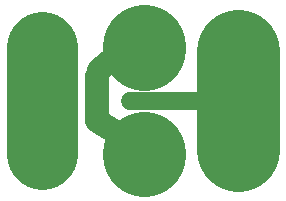
<source format=gto>
%TF.GenerationSoftware,KiCad,Pcbnew,4.0.5-e0-6337~49~ubuntu16.04.1*%
%TF.CreationDate,2017-01-20T19:30:51-08:00*%
%TF.ProjectId,2x3-Mini-Potentiometer-3386P-TH,3278332D4D696E692D506F74656E7469,1.0*%
%TF.FileFunction,Legend,Top*%
%FSLAX46Y46*%
G04 Gerber Fmt 4.6, Leading zero omitted, Abs format (unit mm)*
G04 Created by KiCad (PCBNEW 4.0.5-e0-6337~49~ubuntu16.04.1) date Fri Jan 20 19:30:51 2017*
%MOMM*%
%LPD*%
G01*
G04 APERTURE LIST*
%ADD10C,0.350000*%
%ADD11C,7.000000*%
%ADD12C,1.500000*%
%ADD13C,6.000000*%
%ADD14C,2.000000*%
G04 APERTURE END LIST*
D10*
D11*
X153460720Y-99316760D02*
X153460720Y-99516760D01*
X153460720Y-90516760D02*
X153460720Y-90316760D01*
X161460720Y-90716760D02*
X161460720Y-99116760D01*
D12*
X152260720Y-94916760D02*
X161460720Y-94916760D01*
D13*
X144860720Y-99416760D02*
X144860720Y-90416760D01*
D14*
X149460720Y-92816760D02*
X149460720Y-96616760D01*
X149660720Y-96716760D02*
X153460720Y-99016760D01*
X149660720Y-92316760D02*
X153360720Y-89316760D01*
M02*

</source>
